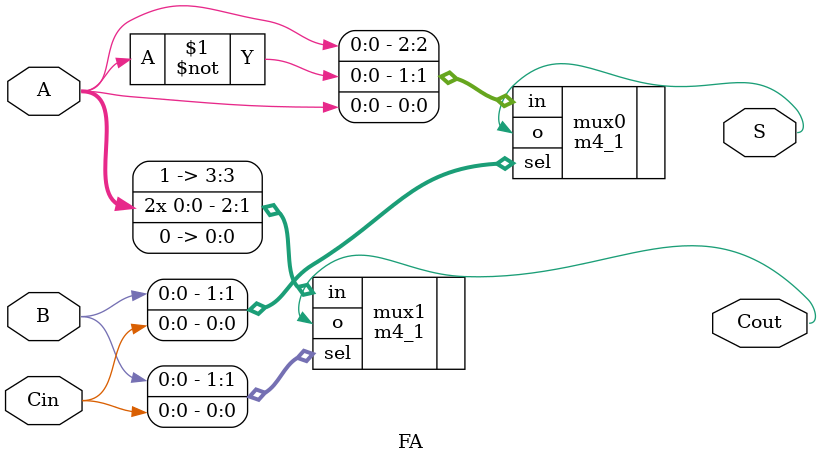
<source format=v>
`timescale 1ns / 1ps


module FA(
    input A,
    input B,
    input Cin,
    output S,
    output Cout
    );
    
    m4_1 mux0(.o(S), .sel({B,Cin}), .in({A, ~A, A}));
    m4_1 mux1(.o(Cout), .sel({B,Cin}), .in({1'b1,A,A,1'b0}));
endmodule

</source>
